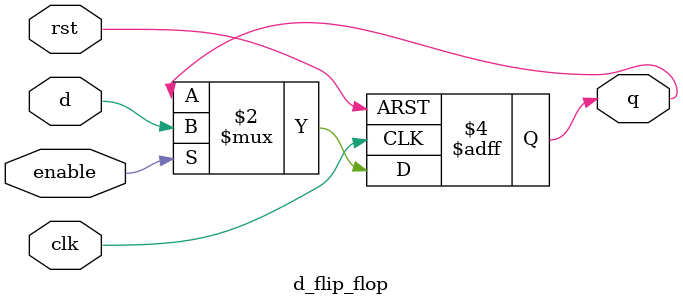
<source format=v>
module d_flip_flop (
    input clk,
    input rst,
    input enable,
    input d,
    output reg q
);
    always @(posedge clk or posedge rst) begin
        if (rst) 
            q <= 0;
        else if (enable)
            q <= d;
    end
endmodule

</source>
